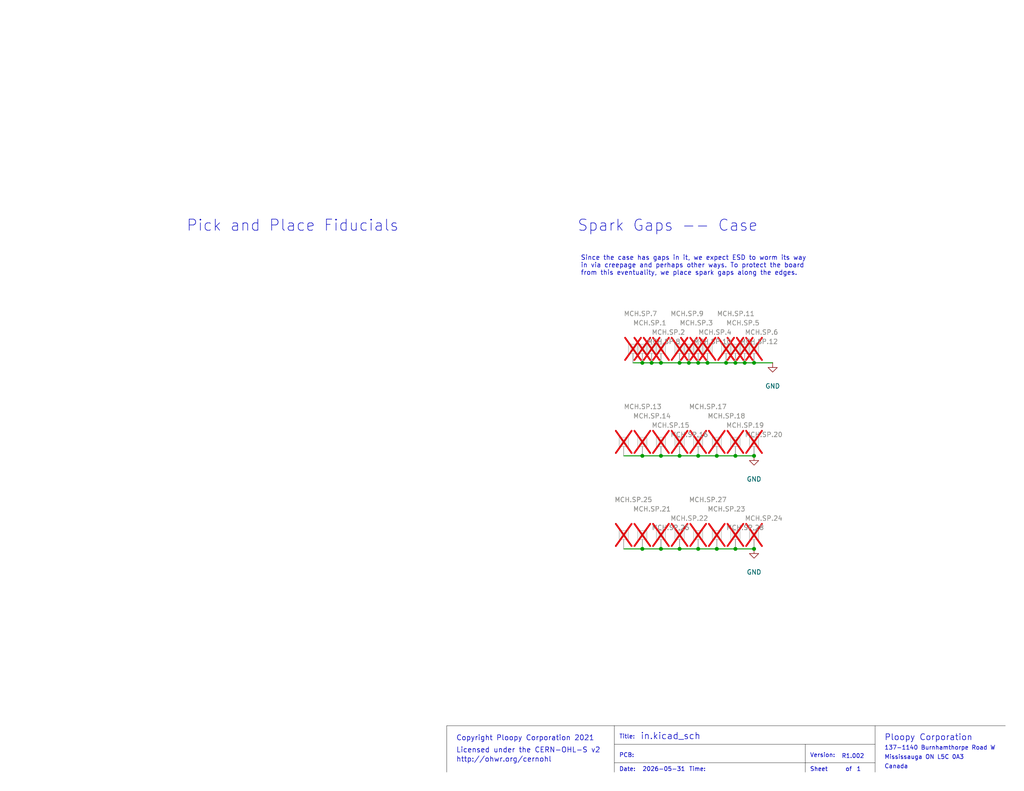
<source format=kicad_sch>
(kicad_sch (version 20231120) (generator "eeschema") (generator_version "8.0")
  (paper "USLetter")
  (title_block (rev "R1.002") (company "Ploopy Corporation"))
  (lib_symbols
    (symbol "Mini-altium-import:MCH_0_Spark Gap"
      (symbol "MCH_0_Spark Gap_1_0"
        (rectangle (start 1.27 2.54) (end -1.27 0) (stroke (width 0.0254) (color 128 0 0 1)) (fill (type background)))
        (pin passive line (at 0 -2.54 90) (length 2.54) (name "1") (number "1"))
      )
    )
    (symbol "power:GND" (power) (pin_numbers hide) (pin_names (offset 0) hide)
      (property "Value" "GND" (at 0 -3.81 0))
      (symbol "GND_0_1"
        (polyline (pts (xy 0 0) (xy 0 -1.27) (xy 1.27 -1.27) (xy 0 -2.54) (xy -1.27 -1.27) (xy 0 -1.27)))
      )
      (symbol "GND_1_1"
        (pin power_in line (at 0 0 270) (length 0) (name "~") (number "1"))
      )
    )
  )
  (junction (at 205.74 99.06))
  (junction (at 200.66 149.86))
  (junction (at 198.12 99.06))
  (junction (at 203.2 99.06))
  (junction (at 177.8 99.06))
  (junction (at 205.74 149.86))
  (junction (at 195.58 124.46))
  (junction (at 190.5 149.86))
  (junction (at 205.74 124.46))
  (junction (at 200.66 99.06))
  (junction (at 185.42 149.86))
  (junction (at 185.42 124.46))
  (junction (at 193.04 99.06))
  (junction (at 190.5 99.06))
  (junction (at 200.66 124.46))
  (junction (at 180.34 149.86))
  (junction (at 185.42 99.06))
  (junction (at 180.34 124.46))
  (junction (at 190.5 124.46))
  (junction (at 175.26 99.06))
  (junction (at 175.26 149.86))
  (junction (at 175.26 124.46))
  (junction (at 180.34 99.06))
  (junction (at 195.58 149.86))
  (junction (at 187.96 99.06))
  (wire (pts (xy 180.34 149.86) (xy 175.26 149.86)) (stroke (width 0.254)))
  (wire (pts (xy 205.74 149.86) (xy 200.66 149.86)) (stroke (width 0.254)))
  (wire (pts (xy 185.42 149.86) (xy 180.34 149.86)) (stroke (width 0.254)))
  (wire (pts (xy 198.12 99.06) (xy 193.04 99.06)) (stroke (width 0.254)))
  (polyline (pts (xy 167.64 198.12) (xy 121.92 198.12)) (stroke (width 0.0254) (type solid) (color 0 0 0 1)))
  (wire (pts (xy 205.74 99.06) (xy 203.2 99.06)) (stroke (width 0.254)))
  (wire (pts (xy 203.2 99.06) (xy 200.66 99.06)) (stroke (width 0.254)))
  (wire (pts (xy 175.26 149.86) (xy 170.18 149.86)) (stroke (width 0.254)))
  (wire (pts (xy 190.5 99.06) (xy 187.96 99.06)) (stroke (width 0.254)))
  (wire (pts (xy 180.34 99.06) (xy 177.8 99.06)) (stroke (width 0.254)))
  (wire (pts (xy 190.5 149.86) (xy 185.42 149.86)) (stroke (width 0.254)))
  (wire (pts (xy 200.66 99.06) (xy 198.12 99.06)) (stroke (width 0.254)))
  (polyline (pts (xy 167.64 198.12) (xy 167.64 210.82)) (stroke (width 0.0254) (type solid) (color 0 0 0 1)))
  (polyline (pts (xy 238.76 198.12) (xy 238.76 210.82)) (stroke (width 0.0254) (type solid) (color 0 0 0 1)))
  (wire (pts (xy 185.42 124.46) (xy 180.34 124.46)) (stroke (width 0.254)))
  (wire (pts (xy 185.42 99.06) (xy 180.34 99.06)) (stroke (width 0.254)))
  (wire (pts (xy 200.66 149.86) (xy 195.58 149.86)) (stroke (width 0.254)))
  (wire (pts (xy 190.5 124.46) (xy 185.42 124.46)) (stroke (width 0.254)))
  (wire (pts (xy 175.26 124.46) (xy 170.18 124.46)) (stroke (width 0.254)))
  (wire (pts (xy 180.34 124.46) (xy 175.26 124.46)) (stroke (width 0.254)))
  (wire (pts (xy 210.82 99.06) (xy 205.74 99.06)) (stroke (width 0.254)))
  (wire (pts (xy 175.26 99.06) (xy 172.72 99.06)) (stroke (width 0.254)))
  (wire (pts (xy 205.74 124.46) (xy 200.66 124.46)) (stroke (width 0.254)))
  (wire (pts (xy 187.96 99.06) (xy 185.42 99.06)) (stroke (width 0.254)))
  (polyline (pts (xy 121.92 198.12) (xy 121.92 210.82)) (stroke (width 0.0254) (type solid) (color 0 0 0 1)))
  (wire (pts (xy 177.8 99.06) (xy 175.26 99.06)) (stroke (width 0.254)))
  (polyline (pts (xy 219.71 203.2) (xy 219.71 210.82)) (stroke (width 0.0254) (type solid) (color 0 0 0 1)))
  (wire (pts (xy 195.58 149.86) (xy 190.5 149.86)) (stroke (width 0.254)))
  (polyline (pts (xy 274.32 198.12) (xy 167.64 198.12)) (stroke (width 0.0254) (type solid) (color 0 0 0 1)))
  (wire (pts (xy 193.04 99.06) (xy 190.5 99.06)) (stroke (width 0.254)))
  (polyline (pts (xy 167.64 208.28) (xy 238.76 208.28)) (stroke (width 0.0254) (type solid) (color 0 0 0 1)))
  (wire (pts (xy 195.58 124.46) (xy 190.5 124.46)) (stroke (width 0.254)))
  (wire (pts (xy 200.66 124.46) (xy 195.58 124.46)) (stroke (width 0.254)))
  (polyline (pts (xy 167.64 203.2) (xy 238.76 203.2)) (stroke (width 0.0254) (type solid) (color 0 0 0 1)))
  (text_box "Since the case has gaps in it, we expect ESD to worm its way in via creepage and perhaps other ways. To protect the board from this eventuality, we place spark gaps along the edges." (at 223.52 68.58 0) (size -66.04 12.7) (stroke (width -0.0001) (color 0 0 0 1)) (fill (type color) (color 255 255 255 1)) (effects (font (size 1.27 1.27)) (justify left top)))
  (text "${PROJECTNAME}" (at 174.752 207.264 0) (effects (font (size 1.651 1.651)) (justify left bottom)))
  (text "http://ohwr.org/cernohl" (at 124.46 208.28 0) (effects (font (size 1.397 1.397)) (justify left bottom)))
  (text "Time:" (at 187.96 210.82 0) (effects (font (size 1.143 1.143)) (justify left bottom)))
  (text "${FILENAME}" (at 174.752 202.184 0) (effects (font (size 1.778 1.778)) (justify left bottom)))
  (text "Copyright Ploopy Corporation 2021" (at 124.46 202.438 0) (effects (font (size 1.397 1.397)) (justify left bottom)))
  (text "${CURRENT_DATE}" (at 175.26 210.82 0) (effects (font (size 1.143 1.143)) (justify left bottom)))
  (text "${#}" (at 226.822 210.82 0) (effects (font (size 1.143 1.143)) (justify left bottom)))
  (text "Spark Gaps -- Case" (at 157.48 63.5 0) (effects (font (size 3.048 3.048)) (justify left bottom)))
  (text "Title:" (at 168.91 201.93 0) (effects (font (size 1.143 1.143)) (justify left bottom)))
  (text "Date:" (at 168.91 210.82 0) (effects (font (size 1.143 1.143)) (justify left bottom)))
  (text "of" (at 230.632 210.82 0) (effects (font (size 1.143 1.143)) (justify left bottom)))
  (text "PCB:" (at 168.91 207.01 0) (effects (font (size 1.143 1.143)) (justify left bottom)))
  (text "Pick and Place Fiducials" (at 50.8 63.5 0) (effects (font (size 3.048 3.048)) (justify left bottom)))
  (text "Version:" (at 220.98 207.01 0) (effects (font (size 1.143 1.143)) (justify left bottom)))
  (text "Canada" (at 241.3 210.058 0) (effects (font (size 1.143 1.143)) (justify left bottom)))
  (text "Ploopy Corporation" (at 241.3 202.438 0) (effects (font (size 1.651 1.651)) (justify left bottom)))
  (text "${REVISION}" (at 229.616 207.264 0) (effects (font (size 1.143 1.143)) (justify left bottom)))
  (text "137-1140 Burnhamthorpe Road W" (at 241.3 204.978 0) (effects (font (size 1.143 1.143)) (justify left bottom)))
  (text "Licensed under the CERN-OHL-S v2" (at 124.46 205.74 0) (effects (font (size 1.397 1.397)) (justify left bottom)))
  (text "Mississauga ON L5C 0A3" (at 241.3 207.518 0) (effects (font (size 1.143 1.143)) (justify left bottom)))
  (text "Sheet" (at 220.98 210.82 0) (effects (font (size 1.143 1.143)) (justify left bottom)))
  (text "${##}" (at 233.68 210.82 0) (effects (font (size 1.143 1.143)) (justify left bottom)))
  (symbol (lib_id "Mini-altium-import:MCH_0_Spark Gap") (at 180.34 147.32 0) (unit 1) (dnp yes)
    (property "Reference" "MCH.SP.26" (at 177.8 144.78 0) (effects (justify left bottom)))
    (property "Value" "Spark Gap" (effects (hide yes)))
    (property "Footprint" "PCBFeatures.PcbLib:SparkGap" (effects (hide yes)))
    (property "PNP-NZL" "2" (effects (hide yes)))
    (property "PNP-DX" "0" (effects (hide yes)))
    (property "PNP-DY" "0" (effects (hide yes)))
    (property "PNP-X" "1" (effects (hide yes)))
    (property "PNP-Y" "1" (effects (hide yes)))
    (property "PNP-A" "0" (effects (hide yes)))
    (property "PNP-PT" "0" (effects (hide yes)))
    (property "PNP-W" "0" (effects (hide yes)))
    (property "PNP-THK" "1" (effects (hide yes)))
    (property "PNP-LV" "1" (effects (hide yes)))
    (property "PNP-TS" "70" (effects (hide yes)))
    (property "PNP-LEVEL" "1" (effects (hide yes)))
    (property "PNP-TYPE" "CHI" (effects (hide yes)))
    (property "PNP-VOFF" "0" (effects (hide yes)))
    (property "PNP-FEEDTYPE" "Tape" (effects (hide yes)))
    (property "PNP-TAPEWIDTH" "8" (effects (hide yes)))
    (property "PNP-PLACEPRIORITY" "1" (effects (hide yes)))
    (property "PNP-TAPEINDEX" "1" (effects (hide yes)))
    (property "PNP-DA" "0" (effects (hide yes)))
  )
  (symbol (lib_id "Mini-altium-import:MCH_0_Spark Gap") (at 200.66 96.52 0) (unit 1) (dnp yes)
    (property "Reference" "MCH.SP.5" (at 198.12 88.9 0) (effects (justify left bottom)))
    (property "Value" "Spark Gap" (effects (hide yes)))
    (property "Footprint" "PCBFeatures.PcbLib:SparkGap" (effects (hide yes)))
    (property "PNP-NZL" "2" (effects (hide yes)))
    (property "PNP-DX" "0" (effects (hide yes)))
    (property "PNP-DY" "0" (effects (hide yes)))
    (property "PNP-X" "1" (effects (hide yes)))
    (property "PNP-Y" "1" (effects (hide yes)))
    (property "PNP-A" "0" (effects (hide yes)))
    (property "PNP-PT" "0" (effects (hide yes)))
    (property "PNP-W" "0" (effects (hide yes)))
    (property "PNP-THK" "1" (effects (hide yes)))
    (property "PNP-LV" "1" (effects (hide yes)))
    (property "PNP-TS" "70" (effects (hide yes)))
    (property "PNP-LEVEL" "1" (effects (hide yes)))
    (property "PNP-TYPE" "CHI" (effects (hide yes)))
    (property "PNP-VOFF" "0" (effects (hide yes)))
    (property "PNP-FEEDTYPE" "Tape" (effects (hide yes)))
    (property "PNP-TAPEWIDTH" "8" (effects (hide yes)))
    (property "PNP-PLACEPRIORITY" "1" (effects (hide yes)))
    (property "PNP-TAPEINDEX" "1" (effects (hide yes)))
    (property "PNP-DA" "0" (effects (hide yes)))
  )
  (symbol (lib_id "Mini-altium-import:MCH_0_Spark Gap") (at 195.58 147.32 0) (unit 1) (dnp yes)
    (property "Reference" "MCH.SP.23" (at 193.04 139.7 0) (effects (justify left bottom)))
    (property "Value" "Spark Gap" (effects (hide yes)))
    (property "Footprint" "PCBFeatures.PcbLib:SparkGap" (effects (hide yes)))
    (property "PNP-NZL" "2" (effects (hide yes)))
    (property "PNP-DX" "0" (effects (hide yes)))
    (property "PNP-DY" "0" (effects (hide yes)))
    (property "PNP-X" "1" (effects (hide yes)))
    (property "PNP-Y" "1" (effects (hide yes)))
    (property "PNP-A" "0" (effects (hide yes)))
    (property "PNP-PT" "0" (effects (hide yes)))
    (property "PNP-W" "0" (effects (hide yes)))
    (property "PNP-THK" "1" (effects (hide yes)))
    (property "PNP-LV" "1" (effects (hide yes)))
    (property "PNP-TS" "70" (effects (hide yes)))
    (property "PNP-LEVEL" "1" (effects (hide yes)))
    (property "PNP-TYPE" "CHI" (effects (hide yes)))
    (property "PNP-VOFF" "0" (effects (hide yes)))
    (property "PNP-FEEDTYPE" "Tape" (effects (hide yes)))
    (property "PNP-TAPEWIDTH" "8" (effects (hide yes)))
    (property "PNP-PLACEPRIORITY" "1" (effects (hide yes)))
    (property "PNP-TAPEINDEX" "1" (effects (hide yes)))
    (property "PNP-DA" "0" (effects (hide yes)))
  )
  (symbol (lib_id "Mini-altium-import:MCH_0_Spark Gap") (at 200.66 147.32 0) (unit 1) (dnp yes)
    (property "Reference" "MCH.SP.28" (at 198.12 144.78 0) (effects (justify left bottom)))
    (property "Value" "Spark Gap" (effects (hide yes)))
    (property "Footprint" "PCBFeatures.PcbLib:SparkGap" (effects (hide yes)))
    (property "PNP-NZL" "2" (effects (hide yes)))
    (property "PNP-DX" "0" (effects (hide yes)))
    (property "PNP-DY" "0" (effects (hide yes)))
    (property "PNP-X" "1" (effects (hide yes)))
    (property "PNP-Y" "1" (effects (hide yes)))
    (property "PNP-A" "0" (effects (hide yes)))
    (property "PNP-PT" "0" (effects (hide yes)))
    (property "PNP-W" "0" (effects (hide yes)))
    (property "PNP-THK" "1" (effects (hide yes)))
    (property "PNP-LV" "1" (effects (hide yes)))
    (property "PNP-TS" "70" (effects (hide yes)))
    (property "PNP-LEVEL" "1" (effects (hide yes)))
    (property "PNP-TYPE" "CHI" (effects (hide yes)))
    (property "PNP-VOFF" "0" (effects (hide yes)))
    (property "PNP-FEEDTYPE" "Tape" (effects (hide yes)))
    (property "PNP-TAPEWIDTH" "8" (effects (hide yes)))
    (property "PNP-PLACEPRIORITY" "1" (effects (hide yes)))
    (property "PNP-TAPEINDEX" "1" (effects (hide yes)))
    (property "PNP-DA" "0" (effects (hide yes)))
  )
  (symbol (lib_id "Mini-altium-import:MCH_0_Spark Gap") (at 180.34 121.92 0) (unit 1) (dnp yes)
    (property "Reference" "MCH.SP.15" (at 177.8 116.84 0) (effects (justify left bottom)))
    (property "Value" "Spark Gap" (effects (hide yes)))
    (property "Footprint" "PCBFeatures.PcbLib:SparkGap" (effects (hide yes)))
    (property "PNP-NZL" "2" (effects (hide yes)))
    (property "PNP-DX" "0" (effects (hide yes)))
    (property "PNP-DY" "0" (effects (hide yes)))
    (property "PNP-X" "1" (effects (hide yes)))
    (property "PNP-Y" "1" (effects (hide yes)))
    (property "PNP-A" "0" (effects (hide yes)))
    (property "PNP-PT" "0" (effects (hide yes)))
    (property "PNP-W" "0" (effects (hide yes)))
    (property "PNP-THK" "1" (effects (hide yes)))
    (property "PNP-LV" "1" (effects (hide yes)))
    (property "PNP-TS" "70" (effects (hide yes)))
    (property "PNP-LEVEL" "1" (effects (hide yes)))
    (property "PNP-TYPE" "CHI" (effects (hide yes)))
    (property "PNP-VOFF" "0" (effects (hide yes)))
    (property "PNP-FEEDTYPE" "Tape" (effects (hide yes)))
    (property "PNP-TAPEWIDTH" "8" (effects (hide yes)))
    (property "PNP-PLACEPRIORITY" "1" (effects (hide yes)))
    (property "PNP-TAPEINDEX" "1" (effects (hide yes)))
    (property "PNP-DA" "0" (effects (hide yes)))
  )
  (symbol (lib_id "Mini-altium-import:MCH_0_Spark Gap") (at 177.8 96.52 0) (unit 1) (dnp yes)
    (property "Reference" "MCH.SP.8" (at 176.53 93.98 0) (effects (justify left bottom)))
    (property "Value" "Spark Gap" (effects (hide yes)))
    (property "Footprint" "PCBFeatures.PcbLib:SparkGap" (effects (hide yes)))
    (property "PNP-NZL" "2" (effects (hide yes)))
    (property "PNP-DX" "0" (effects (hide yes)))
    (property "PNP-DY" "0" (effects (hide yes)))
    (property "PNP-X" "1" (effects (hide yes)))
    (property "PNP-Y" "1" (effects (hide yes)))
    (property "PNP-A" "0" (effects (hide yes)))
    (property "PNP-PT" "0" (effects (hide yes)))
    (property "PNP-W" "0" (effects (hide yes)))
    (property "PNP-THK" "1" (effects (hide yes)))
    (property "PNP-LV" "1" (effects (hide yes)))
    (property "PNP-TS" "70" (effects (hide yes)))
    (property "PNP-LEVEL" "1" (effects (hide yes)))
    (property "PNP-TYPE" "CHI" (effects (hide yes)))
    (property "PNP-VOFF" "0" (effects (hide yes)))
    (property "PNP-FEEDTYPE" "Tape" (effects (hide yes)))
    (property "PNP-TAPEWIDTH" "8" (effects (hide yes)))
    (property "PNP-PLACEPRIORITY" "1" (effects (hide yes)))
    (property "PNP-TAPEINDEX" "1" (effects (hide yes)))
    (property "PNP-DA" "0" (effects (hide yes)))
  )
  (symbol (lib_id "Mini-altium-import:MCH_0_Spark Gap") (at 175.26 121.92 0) (unit 1) (dnp yes)
    (property "Reference" "MCH.SP.14" (at 172.72 114.3 0) (effects (justify left bottom)))
    (property "Value" "Spark Gap" (effects (hide yes)))
    (property "Footprint" "PCBFeatures.PcbLib:SparkGap" (effects (hide yes)))
    (property "PNP-NZL" "2" (effects (hide yes)))
    (property "PNP-DX" "0" (effects (hide yes)))
    (property "PNP-DY" "0" (effects (hide yes)))
    (property "PNP-X" "1" (effects (hide yes)))
    (property "PNP-Y" "1" (effects (hide yes)))
    (property "PNP-A" "0" (effects (hide yes)))
    (property "PNP-PT" "0" (effects (hide yes)))
    (property "PNP-W" "0" (effects (hide yes)))
    (property "PNP-THK" "1" (effects (hide yes)))
    (property "PNP-LV" "1" (effects (hide yes)))
    (property "PNP-TS" "70" (effects (hide yes)))
    (property "PNP-LEVEL" "1" (effects (hide yes)))
    (property "PNP-TYPE" "CHI" (effects (hide yes)))
    (property "PNP-VOFF" "0" (effects (hide yes)))
    (property "PNP-FEEDTYPE" "Tape" (effects (hide yes)))
    (property "PNP-TAPEWIDTH" "8" (effects (hide yes)))
    (property "PNP-PLACEPRIORITY" "1" (effects (hide yes)))
    (property "PNP-TAPEINDEX" "1" (effects (hide yes)))
    (property "PNP-DA" "0" (effects (hide yes)))
  )
  (symbol (lib_id "Mini-altium-import:MCH_0_Spark Gap") (at 200.66 121.92 0) (unit 1) (dnp yes)
    (property "Reference" "MCH.SP.19" (at 198.12 116.84 0) (effects (justify left bottom)))
    (property "Value" "Spark Gap" (effects (hide yes)))
    (property "Footprint" "PCBFeatures.PcbLib:SparkGap" (effects (hide yes)))
    (property "PNP-NZL" "2" (effects (hide yes)))
    (property "PNP-DX" "0" (effects (hide yes)))
    (property "PNP-DY" "0" (effects (hide yes)))
    (property "PNP-X" "1" (effects (hide yes)))
    (property "PNP-Y" "1" (effects (hide yes)))
    (property "PNP-A" "0" (effects (hide yes)))
    (property "PNP-PT" "0" (effects (hide yes)))
    (property "PNP-W" "0" (effects (hide yes)))
    (property "PNP-THK" "1" (effects (hide yes)))
    (property "PNP-LV" "1" (effects (hide yes)))
    (property "PNP-TS" "70" (effects (hide yes)))
    (property "PNP-LEVEL" "1" (effects (hide yes)))
    (property "PNP-TYPE" "CHI" (effects (hide yes)))
    (property "PNP-VOFF" "0" (effects (hide yes)))
    (property "PNP-FEEDTYPE" "Tape" (effects (hide yes)))
    (property "PNP-TAPEWIDTH" "8" (effects (hide yes)))
    (property "PNP-PLACEPRIORITY" "1" (effects (hide yes)))
    (property "PNP-TAPEINDEX" "1" (effects (hide yes)))
    (property "PNP-DA" "0" (effects (hide yes)))
  )
  (symbol (lib_id "Mini-altium-import:MCH_0_Spark Gap") (at 203.2 96.52 0) (unit 1) (dnp yes)
    (property "Reference" "MCH.SP.12" (at 201.93 93.98 0) (effects (justify left bottom)))
    (property "Value" "Spark Gap" (effects (hide yes)))
    (property "Footprint" "PCBFeatures.PcbLib:SparkGap" (effects (hide yes)))
    (property "PNP-NZL" "2" (effects (hide yes)))
    (property "PNP-DX" "0" (effects (hide yes)))
    (property "PNP-DY" "0" (effects (hide yes)))
    (property "PNP-X" "1" (effects (hide yes)))
    (property "PNP-Y" "1" (effects (hide yes)))
    (property "PNP-A" "0" (effects (hide yes)))
    (property "PNP-PT" "0" (effects (hide yes)))
    (property "PNP-W" "0" (effects (hide yes)))
    (property "PNP-THK" "1" (effects (hide yes)))
    (property "PNP-LV" "1" (effects (hide yes)))
    (property "PNP-TS" "70" (effects (hide yes)))
    (property "PNP-LEVEL" "1" (effects (hide yes)))
    (property "PNP-TYPE" "CHI" (effects (hide yes)))
    (property "PNP-VOFF" "0" (effects (hide yes)))
    (property "PNP-FEEDTYPE" "Tape" (effects (hide yes)))
    (property "PNP-TAPEWIDTH" "8" (effects (hide yes)))
    (property "PNP-PLACEPRIORITY" "1" (effects (hide yes)))
    (property "PNP-TAPEINDEX" "1" (effects (hide yes)))
    (property "PNP-DA" "0" (effects (hide yes)))
  )
  (symbol (lib_id "Mini-altium-import:MCH_0_Spark Gap") (at 180.34 96.52 0) (unit 1) (dnp yes)
    (property "Reference" "MCH.SP.2" (at 177.8 91.44 0) (effects (justify left bottom)))
    (property "Value" "Spark Gap" (effects (hide yes)))
    (property "Footprint" "PCBFeatures.PcbLib:SparkGap" (effects (hide yes)))
    (property "PNP-NZL" "2" (effects (hide yes)))
    (property "PNP-DX" "0" (effects (hide yes)))
    (property "PNP-DY" "0" (effects (hide yes)))
    (property "PNP-X" "1" (effects (hide yes)))
    (property "PNP-Y" "1" (effects (hide yes)))
    (property "PNP-A" "0" (effects (hide yes)))
    (property "PNP-PT" "0" (effects (hide yes)))
    (property "PNP-W" "0" (effects (hide yes)))
    (property "PNP-THK" "1" (effects (hide yes)))
    (property "PNP-LV" "1" (effects (hide yes)))
    (property "PNP-TS" "70" (effects (hide yes)))
    (property "PNP-LEVEL" "1" (effects (hide yes)))
    (property "PNP-TYPE" "CHI" (effects (hide yes)))
    (property "PNP-VOFF" "0" (effects (hide yes)))
    (property "PNP-FEEDTYPE" "Tape" (effects (hide yes)))
    (property "PNP-TAPEWIDTH" "8" (effects (hide yes)))
    (property "PNP-PLACEPRIORITY" "1" (effects (hide yes)))
    (property "PNP-TAPEINDEX" "1" (effects (hide yes)))
    (property "PNP-DA" "0" (effects (hide yes)))
  )
  (symbol (lib_id "power:GND") (at 210.82 99.06 0) (unit 1)
    (property "Reference" "#PWR0120" (effects (hide yes)))
    (property "Value" "GND" (at 210.82 105.41 0))
    (property "Description" "Power symbol creates a global label with name \"GND\" , ground" (effects (hide yes)))
  )
  (symbol (lib_id "Mini-altium-import:MCH_0_Spark Gap") (at 205.74 121.92 0) (unit 1) (dnp yes)
    (property "Reference" "MCH.SP.20" (at 203.2 119.38 0) (effects (justify left bottom)))
    (property "Value" "Spark Gap" (effects (hide yes)))
    (property "Footprint" "PCBFeatures.PcbLib:SparkGap" (effects (hide yes)))
    (property "PNP-NZL" "2" (effects (hide yes)))
    (property "PNP-DX" "0" (effects (hide yes)))
    (property "PNP-DY" "0" (effects (hide yes)))
    (property "PNP-X" "1" (effects (hide yes)))
    (property "PNP-Y" "1" (effects (hide yes)))
    (property "PNP-A" "0" (effects (hide yes)))
    (property "PNP-PT" "0" (effects (hide yes)))
    (property "PNP-W" "0" (effects (hide yes)))
    (property "PNP-THK" "1" (effects (hide yes)))
    (property "PNP-LV" "1" (effects (hide yes)))
    (property "PNP-TS" "70" (effects (hide yes)))
    (property "PNP-LEVEL" "1" (effects (hide yes)))
    (property "PNP-TYPE" "CHI" (effects (hide yes)))
    (property "PNP-VOFF" "0" (effects (hide yes)))
    (property "PNP-FEEDTYPE" "Tape" (effects (hide yes)))
    (property "PNP-TAPEWIDTH" "8" (effects (hide yes)))
    (property "PNP-PLACEPRIORITY" "1" (effects (hide yes)))
    (property "PNP-TAPEINDEX" "1" (effects (hide yes)))
    (property "PNP-DA" "0" (effects (hide yes)))
  )
  (symbol (lib_id "Mini-altium-import:MCH_0_Spark Gap") (at 187.96 96.52 0) (unit 1) (dnp yes)
    (property "Reference" "MCH.SP.3" (at 185.42 88.9 0) (effects (justify left bottom)))
    (property "Value" "Spark Gap" (effects (hide yes)))
    (property "Footprint" "PCBFeatures.PcbLib:SparkGap" (effects (hide yes)))
    (property "PNP-NZL" "2" (effects (hide yes)))
    (property "PNP-DX" "0" (effects (hide yes)))
    (property "PNP-DY" "0" (effects (hide yes)))
    (property "PNP-X" "1" (effects (hide yes)))
    (property "PNP-Y" "1" (effects (hide yes)))
    (property "PNP-A" "0" (effects (hide yes)))
    (property "PNP-PT" "0" (effects (hide yes)))
    (property "PNP-W" "0" (effects (hide yes)))
    (property "PNP-THK" "1" (effects (hide yes)))
    (property "PNP-LV" "1" (effects (hide yes)))
    (property "PNP-TS" "70" (effects (hide yes)))
    (property "PNP-LEVEL" "1" (effects (hide yes)))
    (property "PNP-TYPE" "CHI" (effects (hide yes)))
    (property "PNP-VOFF" "0" (effects (hide yes)))
    (property "PNP-FEEDTYPE" "Tape" (effects (hide yes)))
    (property "PNP-TAPEWIDTH" "8" (effects (hide yes)))
    (property "PNP-PLACEPRIORITY" "1" (effects (hide yes)))
    (property "PNP-TAPEINDEX" "1" (effects (hide yes)))
    (property "PNP-DA" "0" (effects (hide yes)))
  )
  (symbol (lib_id "Mini-altium-import:MCH_0_Spark Gap") (at 175.26 147.32 0) (unit 1) (dnp yes)
    (property "Reference" "MCH.SP.21" (at 172.72 139.7 0) (effects (justify left bottom)))
    (property "Value" "Spark Gap" (effects (hide yes)))
    (property "Footprint" "PCBFeatures.PcbLib:SparkGap" (effects (hide yes)))
    (property "PNP-NZL" "2" (effects (hide yes)))
    (property "PNP-DX" "0" (effects (hide yes)))
    (property "PNP-DY" "0" (effects (hide yes)))
    (property "PNP-X" "1" (effects (hide yes)))
    (property "PNP-Y" "1" (effects (hide yes)))
    (property "PNP-A" "0" (effects (hide yes)))
    (property "PNP-PT" "0" (effects (hide yes)))
    (property "PNP-W" "0" (effects (hide yes)))
    (property "PNP-THK" "1" (effects (hide yes)))
    (property "PNP-LV" "1" (effects (hide yes)))
    (property "PNP-TS" "70" (effects (hide yes)))
    (property "PNP-LEVEL" "1" (effects (hide yes)))
    (property "PNP-TYPE" "CHI" (effects (hide yes)))
    (property "PNP-VOFF" "0" (effects (hide yes)))
    (property "PNP-FEEDTYPE" "Tape" (effects (hide yes)))
    (property "PNP-TAPEWIDTH" "8" (effects (hide yes)))
    (property "PNP-PLACEPRIORITY" "1" (effects (hide yes)))
    (property "PNP-TAPEINDEX" "1" (effects (hide yes)))
    (property "PNP-DA" "0" (effects (hide yes)))
  )
  (symbol (lib_id "Mini-altium-import:MCH_0_Spark Gap") (at 205.74 147.32 0) (unit 1) (dnp yes)
    (property "Reference" "MCH.SP.24" (at 203.2 142.24 0) (effects (justify left bottom)))
    (property "Value" "Spark Gap" (effects (hide yes)))
    (property "Footprint" "PCBFeatures.PcbLib:SparkGap" (effects (hide yes)))
    (property "PNP-NZL" "2" (effects (hide yes)))
    (property "PNP-DX" "0" (effects (hide yes)))
    (property "PNP-DY" "0" (effects (hide yes)))
    (property "PNP-X" "1" (effects (hide yes)))
    (property "PNP-Y" "1" (effects (hide yes)))
    (property "PNP-A" "0" (effects (hide yes)))
    (property "PNP-PT" "0" (effects (hide yes)))
    (property "PNP-W" "0" (effects (hide yes)))
    (property "PNP-THK" "1" (effects (hide yes)))
    (property "PNP-LV" "1" (effects (hide yes)))
    (property "PNP-TS" "70" (effects (hide yes)))
    (property "PNP-LEVEL" "1" (effects (hide yes)))
    (property "PNP-TYPE" "CHI" (effects (hide yes)))
    (property "PNP-VOFF" "0" (effects (hide yes)))
    (property "PNP-FEEDTYPE" "Tape" (effects (hide yes)))
    (property "PNP-TAPEWIDTH" "8" (effects (hide yes)))
    (property "PNP-PLACEPRIORITY" "1" (effects (hide yes)))
    (property "PNP-TAPEINDEX" "1" (effects (hide yes)))
    (property "PNP-DA" "0" (effects (hide yes)))
  )
  (symbol (lib_id "Mini-altium-import:MCH_0_Spark Gap") (at 185.42 96.52 0) (unit 1) (dnp yes)
    (property "Reference" "MCH.SP.9" (at 182.88 86.36 0) (effects (justify left bottom)))
    (property "Value" "Spark Gap" (effects (hide yes)))
    (property "Footprint" "PCBFeatures.PcbLib:SparkGap" (effects (hide yes)))
    (property "PNP-NZL" "2" (effects (hide yes)))
    (property "PNP-DX" "0" (effects (hide yes)))
    (property "PNP-DY" "0" (effects (hide yes)))
    (property "PNP-X" "1" (effects (hide yes)))
    (property "PNP-Y" "1" (effects (hide yes)))
    (property "PNP-A" "0" (effects (hide yes)))
    (property "PNP-PT" "0" (effects (hide yes)))
    (property "PNP-W" "0" (effects (hide yes)))
    (property "PNP-THK" "1" (effects (hide yes)))
    (property "PNP-LV" "1" (effects (hide yes)))
    (property "PNP-TS" "70" (effects (hide yes)))
    (property "PNP-LEVEL" "1" (effects (hide yes)))
    (property "PNP-TYPE" "CHI" (effects (hide yes)))
    (property "PNP-VOFF" "0" (effects (hide yes)))
    (property "PNP-FEEDTYPE" "Tape" (effects (hide yes)))
    (property "PNP-TAPEWIDTH" "8" (effects (hide yes)))
    (property "PNP-PLACEPRIORITY" "1" (effects (hide yes)))
    (property "PNP-TAPEINDEX" "1" (effects (hide yes)))
    (property "PNP-DA" "0" (effects (hide yes)))
  )
  (symbol (lib_id "Mini-altium-import:MCH_0_Spark Gap") (at 205.74 96.52 0) (unit 1) (dnp yes)
    (property "Reference" "MCH.SP.6" (at 203.2 91.44 0) (effects (justify left bottom)))
    (property "Value" "Spark Gap" (effects (hide yes)))
    (property "Footprint" "PCBFeatures.PcbLib:SparkGap" (effects (hide yes)))
    (property "PNP-NZL" "2" (effects (hide yes)))
    (property "PNP-DX" "0" (effects (hide yes)))
    (property "PNP-DY" "0" (effects (hide yes)))
    (property "PNP-X" "1" (effects (hide yes)))
    (property "PNP-Y" "1" (effects (hide yes)))
    (property "PNP-A" "0" (effects (hide yes)))
    (property "PNP-PT" "0" (effects (hide yes)))
    (property "PNP-W" "0" (effects (hide yes)))
    (property "PNP-THK" "1" (effects (hide yes)))
    (property "PNP-LV" "1" (effects (hide yes)))
    (property "PNP-TS" "70" (effects (hide yes)))
    (property "PNP-LEVEL" "1" (effects (hide yes)))
    (property "PNP-TYPE" "CHI" (effects (hide yes)))
    (property "PNP-VOFF" "0" (effects (hide yes)))
    (property "PNP-FEEDTYPE" "Tape" (effects (hide yes)))
    (property "PNP-TAPEWIDTH" "8" (effects (hide yes)))
    (property "PNP-PLACEPRIORITY" "1" (effects (hide yes)))
    (property "PNP-TAPEINDEX" "1" (effects (hide yes)))
    (property "PNP-DA" "0" (effects (hide yes)))
  )
  (symbol (lib_id "Mini-altium-import:MCH_0_Spark Gap") (at 175.26 96.52 0) (unit 1) (dnp yes)
    (property "Reference" "MCH.SP.1" (at 172.72 88.9 0) (effects (justify left bottom)))
    (property "Value" "Spark Gap" (effects (hide yes)))
    (property "Footprint" "PCBFeatures.PcbLib:SparkGap" (effects (hide yes)))
    (property "PNP-NZL" "2" (effects (hide yes)))
    (property "PNP-DX" "0" (effects (hide yes)))
    (property "PNP-DY" "0" (effects (hide yes)))
    (property "PNP-X" "1" (effects (hide yes)))
    (property "PNP-Y" "1" (effects (hide yes)))
    (property "PNP-A" "0" (effects (hide yes)))
    (property "PNP-PT" "0" (effects (hide yes)))
    (property "PNP-W" "0" (effects (hide yes)))
    (property "PNP-THK" "1" (effects (hide yes)))
    (property "PNP-LV" "1" (effects (hide yes)))
    (property "PNP-TS" "70" (effects (hide yes)))
    (property "PNP-LEVEL" "1" (effects (hide yes)))
    (property "PNP-TYPE" "CHI" (effects (hide yes)))
    (property "PNP-VOFF" "0" (effects (hide yes)))
    (property "PNP-FEEDTYPE" "Tape" (effects (hide yes)))
    (property "PNP-TAPEWIDTH" "8" (effects (hide yes)))
    (property "PNP-PLACEPRIORITY" "1" (effects (hide yes)))
    (property "PNP-TAPEINDEX" "1" (effects (hide yes)))
    (property "PNP-DA" "0" (effects (hide yes)))
  )
  (symbol (lib_id "Mini-altium-import:MCH_0_Spark Gap") (at 193.04 96.52 0) (unit 1) (dnp yes)
    (property "Reference" "MCH.SP.4" (at 190.5 91.44 0) (effects (justify left bottom)))
    (property "Value" "Spark Gap" (effects (hide yes)))
    (property "Footprint" "PCBFeatures.PcbLib:SparkGap" (effects (hide yes)))
    (property "PNP-NZL" "2" (effects (hide yes)))
    (property "PNP-DX" "0" (effects (hide yes)))
    (property "PNP-DY" "0" (effects (hide yes)))
    (property "PNP-X" "1" (effects (hide yes)))
    (property "PNP-Y" "1" (effects (hide yes)))
    (property "PNP-A" "0" (effects (hide yes)))
    (property "PNP-PT" "0" (effects (hide yes)))
    (property "PNP-W" "0" (effects (hide yes)))
    (property "PNP-THK" "1" (effects (hide yes)))
    (property "PNP-LV" "1" (effects (hide yes)))
    (property "PNP-TS" "70" (effects (hide yes)))
    (property "PNP-LEVEL" "1" (effects (hide yes)))
    (property "PNP-TYPE" "CHI" (effects (hide yes)))
    (property "PNP-VOFF" "0" (effects (hide yes)))
    (property "PNP-FEEDTYPE" "Tape" (effects (hide yes)))
    (property "PNP-TAPEWIDTH" "8" (effects (hide yes)))
    (property "PNP-PLACEPRIORITY" "1" (effects (hide yes)))
    (property "PNP-TAPEINDEX" "1" (effects (hide yes)))
    (property "PNP-DA" "0" (effects (hide yes)))
  )
  (symbol (lib_id "Mini-altium-import:MCH_0_Spark Gap") (at 195.58 121.92 0) (unit 1) (dnp yes)
    (property "Reference" "MCH.SP.18" (at 193.04 114.3 0) (effects (justify left bottom)))
    (property "Value" "Spark Gap" (effects (hide yes)))
    (property "Footprint" "PCBFeatures.PcbLib:SparkGap" (effects (hide yes)))
    (property "PNP-NZL" "2" (effects (hide yes)))
    (property "PNP-DX" "0" (effects (hide yes)))
    (property "PNP-DY" "0" (effects (hide yes)))
    (property "PNP-X" "1" (effects (hide yes)))
    (property "PNP-Y" "1" (effects (hide yes)))
    (property "PNP-A" "0" (effects (hide yes)))
    (property "PNP-PT" "0" (effects (hide yes)))
    (property "PNP-W" "0" (effects (hide yes)))
    (property "PNP-THK" "1" (effects (hide yes)))
    (property "PNP-LV" "1" (effects (hide yes)))
    (property "PNP-TS" "70" (effects (hide yes)))
    (property "PNP-LEVEL" "1" (effects (hide yes)))
    (property "PNP-TYPE" "CHI" (effects (hide yes)))
    (property "PNP-VOFF" "0" (effects (hide yes)))
    (property "PNP-FEEDTYPE" "Tape" (effects (hide yes)))
    (property "PNP-TAPEWIDTH" "8" (effects (hide yes)))
    (property "PNP-PLACEPRIORITY" "1" (effects (hide yes)))
    (property "PNP-TAPEINDEX" "1" (effects (hide yes)))
    (property "PNP-DA" "0" (effects (hide yes)))
  )
  (symbol (lib_id "power:GND") (at 205.74 149.86 0) (unit 1)
    (property "Reference" "#PWR0121" (effects (hide yes)))
    (property "Value" "GND" (at 205.74 156.21 0))
    (property "Description" "Power symbol creates a global label with name \"GND\" , ground" (effects (hide yes)))
  )
  (symbol (lib_id "Mini-altium-import:MCH_0_Spark Gap") (at 170.18 121.92 0) (unit 1) (dnp yes)
    (property "Reference" "MCH.SP.13" (at 170.18 111.76 0) (effects (justify left bottom)))
    (property "Value" "Spark Gap" (effects (hide yes)))
    (property "Footprint" "PCBFeatures.PcbLib:SparkGap" (effects (hide yes)))
    (property "PNP-NZL" "2" (effects (hide yes)))
    (property "PNP-DX" "0" (effects (hide yes)))
    (property "PNP-DY" "0" (effects (hide yes)))
    (property "PNP-X" "1" (effects (hide yes)))
    (property "PNP-Y" "1" (effects (hide yes)))
    (property "PNP-A" "0" (effects (hide yes)))
    (property "PNP-PT" "0" (effects (hide yes)))
    (property "PNP-W" "0" (effects (hide yes)))
    (property "PNP-THK" "1" (effects (hide yes)))
    (property "PNP-LV" "1" (effects (hide yes)))
    (property "PNP-TS" "70" (effects (hide yes)))
    (property "PNP-LEVEL" "1" (effects (hide yes)))
    (property "PNP-TYPE" "CHI" (effects (hide yes)))
    (property "PNP-VOFF" "0" (effects (hide yes)))
    (property "PNP-FEEDTYPE" "Tape" (effects (hide yes)))
    (property "PNP-TAPEWIDTH" "8" (effects (hide yes)))
    (property "PNP-PLACEPRIORITY" "1" (effects (hide yes)))
    (property "PNP-TAPEINDEX" "1" (effects (hide yes)))
    (property "PNP-DA" "0" (effects (hide yes)))
  )
  (symbol (lib_id "power:GND") (at 205.74 124.46 0) (unit 1)
    (property "Reference" "#PWR0122" (effects (hide yes)))
    (property "Value" "GND" (at 205.74 130.81 0))
    (property "Description" "Power symbol creates a global label with name \"GND\" , ground" (effects (hide yes)))
  )
  (symbol (lib_id "Mini-altium-import:MCH_0_Spark Gap") (at 190.5 121.92 0) (unit 1) (dnp yes)
    (property "Reference" "MCH.SP.17" (at 187.96 111.76 0) (effects (justify left bottom)))
    (property "Value" "Spark Gap" (effects (hide yes)))
    (property "Footprint" "PCBFeatures.PcbLib:SparkGap" (effects (hide yes)))
    (property "PNP-NZL" "2" (effects (hide yes)))
    (property "PNP-DX" "0" (effects (hide yes)))
    (property "PNP-DY" "0" (effects (hide yes)))
    (property "PNP-X" "1" (effects (hide yes)))
    (property "PNP-Y" "1" (effects (hide yes)))
    (property "PNP-A" "0" (effects (hide yes)))
    (property "PNP-PT" "0" (effects (hide yes)))
    (property "PNP-W" "0" (effects (hide yes)))
    (property "PNP-THK" "1" (effects (hide yes)))
    (property "PNP-LV" "1" (effects (hide yes)))
    (property "PNP-TS" "70" (effects (hide yes)))
    (property "PNP-LEVEL" "1" (effects (hide yes)))
    (property "PNP-TYPE" "CHI" (effects (hide yes)))
    (property "PNP-VOFF" "0" (effects (hide yes)))
    (property "PNP-FEEDTYPE" "Tape" (effects (hide yes)))
    (property "PNP-TAPEWIDTH" "8" (effects (hide yes)))
    (property "PNP-PLACEPRIORITY" "1" (effects (hide yes)))
    (property "PNP-TAPEINDEX" "1" (effects (hide yes)))
    (property "PNP-DA" "0" (effects (hide yes)))
  )
  (symbol (lib_id "Mini-altium-import:MCH_0_Spark Gap") (at 190.5 147.32 0) (unit 1) (dnp yes)
    (property "Reference" "MCH.SP.27" (at 187.96 137.16 0) (effects (justify left bottom)))
    (property "Value" "Spark Gap" (effects (hide yes)))
    (property "Footprint" "PCBFeatures.PcbLib:SparkGap" (effects (hide yes)))
    (property "PNP-NZL" "2" (effects (hide yes)))
    (property "PNP-DX" "0" (effects (hide yes)))
    (property "PNP-DY" "0" (effects (hide yes)))
    (property "PNP-X" "1" (effects (hide yes)))
    (property "PNP-Y" "1" (effects (hide yes)))
    (property "PNP-A" "0" (effects (hide yes)))
    (property "PNP-PT" "0" (effects (hide yes)))
    (property "PNP-W" "0" (effects (hide yes)))
    (property "PNP-THK" "1" (effects (hide yes)))
    (property "PNP-LV" "1" (effects (hide yes)))
    (property "PNP-TS" "70" (effects (hide yes)))
    (property "PNP-LEVEL" "1" (effects (hide yes)))
    (property "PNP-TYPE" "CHI" (effects (hide yes)))
    (property "PNP-VOFF" "0" (effects (hide yes)))
    (property "PNP-FEEDTYPE" "Tape" (effects (hide yes)))
    (property "PNP-TAPEWIDTH" "8" (effects (hide yes)))
    (property "PNP-PLACEPRIORITY" "1" (effects (hide yes)))
    (property "PNP-TAPEINDEX" "1" (effects (hide yes)))
    (property "PNP-DA" "0" (effects (hide yes)))
  )
  (symbol (lib_id "Mini-altium-import:MCH_0_Spark Gap") (at 185.42 121.92 0) (unit 1) (dnp yes)
    (property "Reference" "MCH.SP.16" (at 182.88 119.38 0) (effects (justify left bottom)))
    (property "Value" "Spark Gap" (effects (hide yes)))
    (property "Footprint" "PCBFeatures.PcbLib:SparkGap" (effects (hide yes)))
    (property "PNP-NZL" "2" (effects (hide yes)))
    (property "PNP-DX" "0" (effects (hide yes)))
    (property "PNP-DY" "0" (effects (hide yes)))
    (property "PNP-X" "1" (effects (hide yes)))
    (property "PNP-Y" "1" (effects (hide yes)))
    (property "PNP-A" "0" (effects (hide yes)))
    (property "PNP-PT" "0" (effects (hide yes)))
    (property "PNP-W" "0" (effects (hide yes)))
    (property "PNP-THK" "1" (effects (hide yes)))
    (property "PNP-LV" "1" (effects (hide yes)))
    (property "PNP-TS" "70" (effects (hide yes)))
    (property "PNP-LEVEL" "1" (effects (hide yes)))
    (property "PNP-TYPE" "CHI" (effects (hide yes)))
    (property "PNP-VOFF" "0" (effects (hide yes)))
    (property "PNP-FEEDTYPE" "Tape" (effects (hide yes)))
    (property "PNP-TAPEWIDTH" "8" (effects (hide yes)))
    (property "PNP-PLACEPRIORITY" "1" (effects (hide yes)))
    (property "PNP-TAPEINDEX" "1" (effects (hide yes)))
    (property "PNP-DA" "0" (effects (hide yes)))
  )
  (symbol (lib_id "Mini-altium-import:MCH_0_Spark Gap") (at 172.72 96.52 0) (unit 1) (dnp yes)
    (property "Reference" "MCH.SP.7" (at 170.18 86.36 0) (effects (justify left bottom)))
    (property "Value" "Spark Gap" (effects (hide yes)))
    (property "Footprint" "PCBFeatures.PcbLib:SparkGap" (effects (hide yes)))
    (property "PNP-NZL" "2" (effects (hide yes)))
    (property "PNP-DX" "0" (effects (hide yes)))
    (property "PNP-DY" "0" (effects (hide yes)))
    (property "PNP-X" "1" (effects (hide yes)))
    (property "PNP-Y" "1" (effects (hide yes)))
    (property "PNP-A" "0" (effects (hide yes)))
    (property "PNP-PT" "0" (effects (hide yes)))
    (property "PNP-W" "0" (effects (hide yes)))
    (property "PNP-THK" "1" (effects (hide yes)))
    (property "PNP-LV" "1" (effects (hide yes)))
    (property "PNP-TS" "70" (effects (hide yes)))
    (property "PNP-LEVEL" "1" (effects (hide yes)))
    (property "PNP-TYPE" "CHI" (effects (hide yes)))
    (property "PNP-VOFF" "0" (effects (hide yes)))
    (property "PNP-FEEDTYPE" "Tape" (effects (hide yes)))
    (property "PNP-TAPEWIDTH" "8" (effects (hide yes)))
    (property "PNP-PLACEPRIORITY" "1" (effects (hide yes)))
    (property "PNP-TAPEINDEX" "1" (effects (hide yes)))
    (property "PNP-DA" "0" (effects (hide yes)))
  )
  (symbol (lib_id "Mini-altium-import:MCH_0_Spark Gap") (at 198.12 96.52 0) (unit 1) (dnp yes)
    (property "Reference" "MCH.SP.11" (at 195.58 86.36 0) (effects (justify left bottom)))
    (property "Value" "Spark Gap" (effects (hide yes)))
    (property "Footprint" "PCBFeatures.PcbLib:SparkGap" (effects (hide yes)))
    (property "PNP-NZL" "2" (effects (hide yes)))
    (property "PNP-DX" "0" (effects (hide yes)))
    (property "PNP-DY" "0" (effects (hide yes)))
    (property "PNP-X" "1" (effects (hide yes)))
    (property "PNP-Y" "1" (effects (hide yes)))
    (property "PNP-A" "0" (effects (hide yes)))
    (property "PNP-PT" "0" (effects (hide yes)))
    (property "PNP-W" "0" (effects (hide yes)))
    (property "PNP-THK" "1" (effects (hide yes)))
    (property "PNP-LV" "1" (effects (hide yes)))
    (property "PNP-TS" "70" (effects (hide yes)))
    (property "PNP-LEVEL" "1" (effects (hide yes)))
    (property "PNP-TYPE" "CHI" (effects (hide yes)))
    (property "PNP-VOFF" "0" (effects (hide yes)))
    (property "PNP-FEEDTYPE" "Tape" (effects (hide yes)))
    (property "PNP-TAPEWIDTH" "8" (effects (hide yes)))
    (property "PNP-PLACEPRIORITY" "1" (effects (hide yes)))
    (property "PNP-TAPEINDEX" "1" (effects (hide yes)))
    (property "PNP-DA" "0" (effects (hide yes)))
  )
  (symbol (lib_id "Mini-altium-import:MCH_0_Spark Gap") (at 170.18 147.32 0) (unit 1) (dnp yes)
    (property "Reference" "MCH.SP.25" (at 167.64 137.16 0) (effects (justify left bottom)))
    (property "Value" "Spark Gap" (effects (hide yes)))
    (property "Footprint" "PCBFeatures.PcbLib:SparkGap" (effects (hide yes)))
    (property "PNP-NZL" "2" (effects (hide yes)))
    (property "PNP-DX" "0" (effects (hide yes)))
    (property "PNP-DY" "0" (effects (hide yes)))
    (property "PNP-X" "1" (effects (hide yes)))
    (property "PNP-Y" "1" (effects (hide yes)))
    (property "PNP-A" "0" (effects (hide yes)))
    (property "PNP-PT" "0" (effects (hide yes)))
    (property "PNP-W" "0" (effects (hide yes)))
    (property "PNP-THK" "1" (effects (hide yes)))
    (property "PNP-LV" "1" (effects (hide yes)))
    (property "PNP-TS" "70" (effects (hide yes)))
    (property "PNP-LEVEL" "1" (effects (hide yes)))
    (property "PNP-TYPE" "CHI" (effects (hide yes)))
    (property "PNP-VOFF" "0" (effects (hide yes)))
    (property "PNP-FEEDTYPE" "Tape" (effects (hide yes)))
    (property "PNP-TAPEWIDTH" "8" (effects (hide yes)))
    (property "PNP-PLACEPRIORITY" "1" (effects (hide yes)))
    (property "PNP-TAPEINDEX" "1" (effects (hide yes)))
    (property "PNP-DA" "0" (effects (hide yes)))
  )
  (symbol (lib_id "Mini-altium-import:MCH_0_Spark Gap") (at 185.42 147.32 0) (unit 1) (dnp yes)
    (property "Reference" "MCH.SP.22" (at 182.88 142.24 0) (effects (justify left bottom)))
    (property "Value" "Spark Gap" (effects (hide yes)))
    (property "Footprint" "PCBFeatures.PcbLib:SparkGap" (effects (hide yes)))
    (property "PNP-NZL" "2" (effects (hide yes)))
    (property "PNP-DX" "0" (effects (hide yes)))
    (property "PNP-DY" "0" (effects (hide yes)))
    (property "PNP-X" "1" (effects (hide yes)))
    (property "PNP-Y" "1" (effects (hide yes)))
    (property "PNP-A" "0" (effects (hide yes)))
    (property "PNP-PT" "0" (effects (hide yes)))
    (property "PNP-W" "0" (effects (hide yes)))
    (property "PNP-THK" "1" (effects (hide yes)))
    (property "PNP-LV" "1" (effects (hide yes)))
    (property "PNP-TS" "70" (effects (hide yes)))
    (property "PNP-LEVEL" "1" (effects (hide yes)))
    (property "PNP-TYPE" "CHI" (effects (hide yes)))
    (property "PNP-VOFF" "0" (effects (hide yes)))
    (property "PNP-FEEDTYPE" "Tape" (effects (hide yes)))
    (property "PNP-TAPEWIDTH" "8" (effects (hide yes)))
    (property "PNP-PLACEPRIORITY" "1" (effects (hide yes)))
    (property "PNP-TAPEINDEX" "1" (effects (hide yes)))
    (property "PNP-DA" "0" (effects (hide yes)))
  )
  (symbol (lib_id "Mini-altium-import:MCH_0_Spark Gap") (at 190.5 96.52 0) (unit 1) (dnp yes)
    (property "Reference" "MCH.SP.10" (at 189.23 93.98 0) (effects (justify left bottom)))
    (property "Value" "Spark Gap" (effects (hide yes)))
    (property "Footprint" "PCBFeatures.PcbLib:SparkGap" (effects (hide yes)))
    (property "PNP-NZL" "2" (effects (hide yes)))
    (property "PNP-DX" "0" (effects (hide yes)))
    (property "PNP-DY" "0" (effects (hide yes)))
    (property "PNP-X" "1" (effects (hide yes)))
    (property "PNP-Y" "1" (effects (hide yes)))
    (property "PNP-A" "0" (effects (hide yes)))
    (property "PNP-PT" "0" (effects (hide yes)))
    (property "PNP-W" "0" (effects (hide yes)))
    (property "PNP-THK" "1" (effects (hide yes)))
    (property "PNP-LV" "1" (effects (hide yes)))
    (property "PNP-TS" "70" (effects (hide yes)))
    (property "PNP-LEVEL" "1" (effects (hide yes)))
    (property "PNP-TYPE" "CHI" (effects (hide yes)))
    (property "PNP-VOFF" "0" (effects (hide yes)))
    (property "PNP-FEEDTYPE" "Tape" (effects (hide yes)))
    (property "PNP-TAPEWIDTH" "8" (effects (hide yes)))
    (property "PNP-PLACEPRIORITY" "1" (effects (hide yes)))
    (property "PNP-TAPEINDEX" "1" (effects (hide yes)))
    (property "PNP-DA" "0" (effects (hide yes)))
  )
)
</source>
